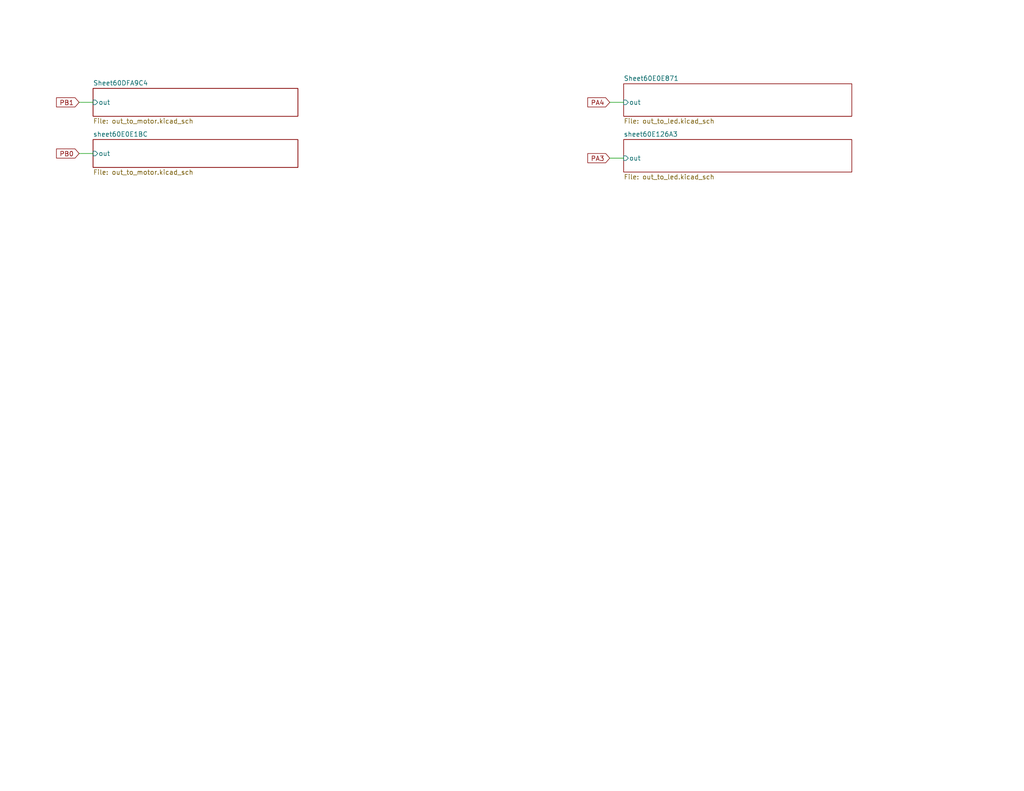
<source format=kicad_sch>
(kicad_sch (version 20230121) (generator eeschema)
  (paper "USLetter")
  (lib_symbols)
  (wire (pts (xy 21.59 41.91) (xy 25.4 41.91)))
  (wire (pts (xy 21.59 27.94) (xy 25.4 27.94)))
  (wire (pts (xy 166.37 27.94) (xy 170.18 27.94)))
  (wire (pts (xy 166.37 43.18) (xy 170.18 43.18)))
  (global_label "PB1" (shape input) (at 21.59 27.94 180) (property "Intersheetrefs" "${INTERSHEET_REFS}" (effects hide)))
  (global_label "PB0" (shape input) (at 21.59 41.91 180) (property "Intersheetrefs" "${INTERSHEET_REFS}" (effects hide)))
  (global_label "PA3" (shape input) (at 166.37 43.18 180) (property "Intersheetrefs" "${INTERSHEET_REFS}" (effects hide)))
  (global_label "PA4" (shape input) (at 166.37 27.94 180) (property "Intersheetrefs" "${INTERSHEET_REFS}" (effects hide)))
  (sheet (at 25.4 24.13) (size 55.88 7.62)
    (property "Sheetname" "Sheet60DFA9C4" (at 25.4 23.4184 0) (effects (justify left bottom)))
    (property "Sheetfile" "out_to_motor.kicad_sch" (at 25.4 32.3346 0) (effects (justify left top)))
    (pin "out" input (at 25.4 27.94 180))
  )
  (sheet (at 25.4 38.1) (size 55.88 7.62)
    (property "Sheetname" "sheet60E0E1BC" (at 25.4 37.3884 0) (effects (justify left bottom)))
    (property "Sheetfile" "out_to_motor.kicad_sch" (at 25.4 46.3046 0) (effects (justify left top)))
    (pin "out" input (at 25.4 41.91 180))
  )
  (sheet (at 170.18 22.86) (size 62.23 8.89)
    (property "Sheetname" "Sheet60E0E871" (at 170.18 22.1484 0) (effects (justify left bottom)))
    (property "Sheetfile" "out_to_led.kicad_sch" (at 170.18 32.3346 0) (effects (justify left top)))
    (pin "out" input (at 170.18 27.94 180))
  )
  (sheet (at 170.18 38.1) (size 62.23 8.89)
    (property "Sheetname" "sheet60E126A3" (at 170.18 37.3884 0) (effects (justify left bottom)))
    (property "Sheetfile" "out_to_led.kicad_sch" (at 170.18 47.5746 0) (effects (justify left top)))
    (pin "out" input (at 170.18 43.18 180))
  )
)
</source>
